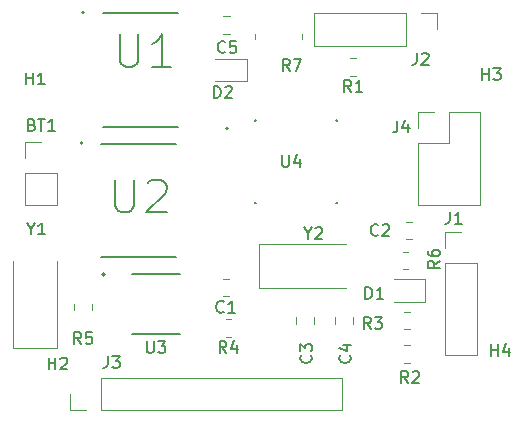
<source format=gbr>
%TF.GenerationSoftware,KiCad,Pcbnew,9.0.4*%
%TF.CreationDate,2025-11-20T06:57:18+02:00*%
%TF.ProjectId,test_5,74657374-5f35-42e6-9b69-6361645f7063,rev?*%
%TF.SameCoordinates,Original*%
%TF.FileFunction,Legend,Top*%
%TF.FilePolarity,Positive*%
%FSLAX46Y46*%
G04 Gerber Fmt 4.6, Leading zero omitted, Abs format (unit mm)*
G04 Created by KiCad (PCBNEW 9.0.4) date 2025-11-20 06:57:18*
%MOMM*%
%LPD*%
G01*
G04 APERTURE LIST*
%ADD10C,0.150000*%
%ADD11C,0.120000*%
%ADD12C,0.127000*%
%ADD13C,0.200000*%
%ADD14C,2.100000*%
%ADD15C,1.512000*%
%ADD16R,1.700000X1.700000*%
%ADD17C,1.700000*%
G04 APERTURE END LIST*
D10*
X94702333Y-118596580D02*
X94654714Y-118644200D01*
X94654714Y-118644200D02*
X94511857Y-118691819D01*
X94511857Y-118691819D02*
X94416619Y-118691819D01*
X94416619Y-118691819D02*
X94273762Y-118644200D01*
X94273762Y-118644200D02*
X94178524Y-118548961D01*
X94178524Y-118548961D02*
X94130905Y-118453723D01*
X94130905Y-118453723D02*
X94083286Y-118263247D01*
X94083286Y-118263247D02*
X94083286Y-118120390D01*
X94083286Y-118120390D02*
X94130905Y-117929914D01*
X94130905Y-117929914D02*
X94178524Y-117834676D01*
X94178524Y-117834676D02*
X94273762Y-117739438D01*
X94273762Y-117739438D02*
X94416619Y-117691819D01*
X94416619Y-117691819D02*
X94511857Y-117691819D01*
X94511857Y-117691819D02*
X94654714Y-117739438D01*
X94654714Y-117739438D02*
X94702333Y-117787057D01*
X95083286Y-117787057D02*
X95130905Y-117739438D01*
X95130905Y-117739438D02*
X95226143Y-117691819D01*
X95226143Y-117691819D02*
X95464238Y-117691819D01*
X95464238Y-117691819D02*
X95559476Y-117739438D01*
X95559476Y-117739438D02*
X95607095Y-117787057D01*
X95607095Y-117787057D02*
X95654714Y-117882295D01*
X95654714Y-117882295D02*
X95654714Y-117977533D01*
X95654714Y-117977533D02*
X95607095Y-118120390D01*
X95607095Y-118120390D02*
X95035667Y-118691819D01*
X95035667Y-118691819D02*
X95654714Y-118691819D01*
X88768309Y-118463628D02*
X88768309Y-118939819D01*
X88434976Y-117939819D02*
X88768309Y-118463628D01*
X88768309Y-118463628D02*
X89101642Y-117939819D01*
X89387357Y-118035057D02*
X89434976Y-117987438D01*
X89434976Y-117987438D02*
X89530214Y-117939819D01*
X89530214Y-117939819D02*
X89768309Y-117939819D01*
X89768309Y-117939819D02*
X89863547Y-117987438D01*
X89863547Y-117987438D02*
X89911166Y-118035057D01*
X89911166Y-118035057D02*
X89958785Y-118130295D01*
X89958785Y-118130295D02*
X89958785Y-118225533D01*
X89958785Y-118225533D02*
X89911166Y-118368390D01*
X89911166Y-118368390D02*
X89339738Y-118939819D01*
X89339738Y-118939819D02*
X89958785Y-118939819D01*
X97242333Y-131137819D02*
X96909000Y-130661628D01*
X96670905Y-131137819D02*
X96670905Y-130137819D01*
X96670905Y-130137819D02*
X97051857Y-130137819D01*
X97051857Y-130137819D02*
X97147095Y-130185438D01*
X97147095Y-130185438D02*
X97194714Y-130233057D01*
X97194714Y-130233057D02*
X97242333Y-130328295D01*
X97242333Y-130328295D02*
X97242333Y-130471152D01*
X97242333Y-130471152D02*
X97194714Y-130566390D01*
X97194714Y-130566390D02*
X97147095Y-130614009D01*
X97147095Y-130614009D02*
X97051857Y-130661628D01*
X97051857Y-130661628D02*
X96670905Y-130661628D01*
X97623286Y-130233057D02*
X97670905Y-130185438D01*
X97670905Y-130185438D02*
X97766143Y-130137819D01*
X97766143Y-130137819D02*
X98004238Y-130137819D01*
X98004238Y-130137819D02*
X98099476Y-130185438D01*
X98099476Y-130185438D02*
X98147095Y-130233057D01*
X98147095Y-130233057D02*
X98194714Y-130328295D01*
X98194714Y-130328295D02*
X98194714Y-130423533D01*
X98194714Y-130423533D02*
X98147095Y-130566390D01*
X98147095Y-130566390D02*
X97575667Y-131137819D01*
X97575667Y-131137819D02*
X98194714Y-131137819D01*
X103505095Y-105483819D02*
X103505095Y-104483819D01*
X103505095Y-104960009D02*
X104076523Y-104960009D01*
X104076523Y-105483819D02*
X104076523Y-104483819D01*
X104457476Y-104483819D02*
X105076523Y-104483819D01*
X105076523Y-104483819D02*
X104743190Y-104864771D01*
X104743190Y-104864771D02*
X104886047Y-104864771D01*
X104886047Y-104864771D02*
X104981285Y-104912390D01*
X104981285Y-104912390D02*
X105028904Y-104960009D01*
X105028904Y-104960009D02*
X105076523Y-105055247D01*
X105076523Y-105055247D02*
X105076523Y-105293342D01*
X105076523Y-105293342D02*
X105028904Y-105388580D01*
X105028904Y-105388580D02*
X104981285Y-105436200D01*
X104981285Y-105436200D02*
X104886047Y-105483819D01*
X104886047Y-105483819D02*
X104600333Y-105483819D01*
X104600333Y-105483819D02*
X104505095Y-105436200D01*
X104505095Y-105436200D02*
X104457476Y-105388580D01*
X87209333Y-104721819D02*
X86876000Y-104245628D01*
X86637905Y-104721819D02*
X86637905Y-103721819D01*
X86637905Y-103721819D02*
X87018857Y-103721819D01*
X87018857Y-103721819D02*
X87114095Y-103769438D01*
X87114095Y-103769438D02*
X87161714Y-103817057D01*
X87161714Y-103817057D02*
X87209333Y-103912295D01*
X87209333Y-103912295D02*
X87209333Y-104055152D01*
X87209333Y-104055152D02*
X87161714Y-104150390D01*
X87161714Y-104150390D02*
X87114095Y-104198009D01*
X87114095Y-104198009D02*
X87018857Y-104245628D01*
X87018857Y-104245628D02*
X86637905Y-104245628D01*
X87542667Y-103721819D02*
X88209333Y-103721819D01*
X88209333Y-103721819D02*
X87780762Y-104721819D01*
X75122095Y-127597819D02*
X75122095Y-128407342D01*
X75122095Y-128407342D02*
X75169714Y-128502580D01*
X75169714Y-128502580D02*
X75217333Y-128550200D01*
X75217333Y-128550200D02*
X75312571Y-128597819D01*
X75312571Y-128597819D02*
X75503047Y-128597819D01*
X75503047Y-128597819D02*
X75598285Y-128550200D01*
X75598285Y-128550200D02*
X75645904Y-128502580D01*
X75645904Y-128502580D02*
X75693523Y-128407342D01*
X75693523Y-128407342D02*
X75693523Y-127597819D01*
X76074476Y-127597819D02*
X76693523Y-127597819D01*
X76693523Y-127597819D02*
X76360190Y-127978771D01*
X76360190Y-127978771D02*
X76503047Y-127978771D01*
X76503047Y-127978771D02*
X76598285Y-128026390D01*
X76598285Y-128026390D02*
X76645904Y-128074009D01*
X76645904Y-128074009D02*
X76693523Y-128169247D01*
X76693523Y-128169247D02*
X76693523Y-128407342D01*
X76693523Y-128407342D02*
X76645904Y-128502580D01*
X76645904Y-128502580D02*
X76598285Y-128550200D01*
X76598285Y-128550200D02*
X76503047Y-128597819D01*
X76503047Y-128597819D02*
X76217333Y-128597819D01*
X76217333Y-128597819D02*
X76122095Y-128550200D01*
X76122095Y-128550200D02*
X76074476Y-128502580D01*
X72830208Y-101635191D02*
X72830208Y-103866220D01*
X72830208Y-103866220D02*
X72961445Y-104128694D01*
X72961445Y-104128694D02*
X73092682Y-104259931D01*
X73092682Y-104259931D02*
X73355156Y-104391167D01*
X73355156Y-104391167D02*
X73880104Y-104391167D01*
X73880104Y-104391167D02*
X74142578Y-104259931D01*
X74142578Y-104259931D02*
X74273815Y-104128694D01*
X74273815Y-104128694D02*
X74405052Y-103866220D01*
X74405052Y-103866220D02*
X74405052Y-101635191D01*
X77161028Y-104391167D02*
X75586184Y-104391167D01*
X76373606Y-104391167D02*
X76373606Y-101635191D01*
X76373606Y-101635191D02*
X76111132Y-102028902D01*
X76111132Y-102028902D02*
X75848658Y-102291376D01*
X75848658Y-102291376D02*
X75586184Y-102422613D01*
X86565095Y-111849819D02*
X86565095Y-112659342D01*
X86565095Y-112659342D02*
X86612714Y-112754580D01*
X86612714Y-112754580D02*
X86660333Y-112802200D01*
X86660333Y-112802200D02*
X86755571Y-112849819D01*
X86755571Y-112849819D02*
X86946047Y-112849819D01*
X86946047Y-112849819D02*
X87041285Y-112802200D01*
X87041285Y-112802200D02*
X87088904Y-112754580D01*
X87088904Y-112754580D02*
X87136523Y-112659342D01*
X87136523Y-112659342D02*
X87136523Y-111849819D01*
X88041285Y-112183152D02*
X88041285Y-112849819D01*
X87803190Y-111802200D02*
X87565095Y-112516485D01*
X87565095Y-112516485D02*
X88184142Y-112516485D01*
X99895819Y-120816666D02*
X99419628Y-121149999D01*
X99895819Y-121388094D02*
X98895819Y-121388094D01*
X98895819Y-121388094D02*
X98895819Y-121007142D01*
X98895819Y-121007142D02*
X98943438Y-120911904D01*
X98943438Y-120911904D02*
X98991057Y-120864285D01*
X98991057Y-120864285D02*
X99086295Y-120816666D01*
X99086295Y-120816666D02*
X99229152Y-120816666D01*
X99229152Y-120816666D02*
X99324390Y-120864285D01*
X99324390Y-120864285D02*
X99372009Y-120911904D01*
X99372009Y-120911904D02*
X99419628Y-121007142D01*
X99419628Y-121007142D02*
X99419628Y-121388094D01*
X98895819Y-119959523D02*
X98895819Y-120149999D01*
X98895819Y-120149999D02*
X98943438Y-120245237D01*
X98943438Y-120245237D02*
X98991057Y-120292856D01*
X98991057Y-120292856D02*
X99133914Y-120388094D01*
X99133914Y-120388094D02*
X99324390Y-120435713D01*
X99324390Y-120435713D02*
X99705342Y-120435713D01*
X99705342Y-120435713D02*
X99800580Y-120388094D01*
X99800580Y-120388094D02*
X99848200Y-120340475D01*
X99848200Y-120340475D02*
X99895819Y-120245237D01*
X99895819Y-120245237D02*
X99895819Y-120054761D01*
X99895819Y-120054761D02*
X99848200Y-119959523D01*
X99848200Y-119959523D02*
X99800580Y-119911904D01*
X99800580Y-119911904D02*
X99705342Y-119864285D01*
X99705342Y-119864285D02*
X99467247Y-119864285D01*
X99467247Y-119864285D02*
X99372009Y-119911904D01*
X99372009Y-119911904D02*
X99324390Y-119959523D01*
X99324390Y-119959523D02*
X99276771Y-120054761D01*
X99276771Y-120054761D02*
X99276771Y-120245237D01*
X99276771Y-120245237D02*
X99324390Y-120340475D01*
X99324390Y-120340475D02*
X99372009Y-120388094D01*
X99372009Y-120388094D02*
X99467247Y-120435713D01*
X104267095Y-128851819D02*
X104267095Y-127851819D01*
X104267095Y-128328009D02*
X104838523Y-128328009D01*
X104838523Y-128851819D02*
X104838523Y-127851819D01*
X105743285Y-128185152D02*
X105743285Y-128851819D01*
X105505190Y-127804200D02*
X105267095Y-128518485D01*
X105267095Y-128518485D02*
X105886142Y-128518485D01*
X96313666Y-108928819D02*
X96313666Y-109643104D01*
X96313666Y-109643104D02*
X96266047Y-109785961D01*
X96266047Y-109785961D02*
X96170809Y-109881200D01*
X96170809Y-109881200D02*
X96027952Y-109928819D01*
X96027952Y-109928819D02*
X95932714Y-109928819D01*
X97218428Y-109262152D02*
X97218428Y-109928819D01*
X96980333Y-108881200D02*
X96742238Y-109595485D01*
X96742238Y-109595485D02*
X97361285Y-109595485D01*
X81748333Y-103102580D02*
X81700714Y-103150200D01*
X81700714Y-103150200D02*
X81557857Y-103197819D01*
X81557857Y-103197819D02*
X81462619Y-103197819D01*
X81462619Y-103197819D02*
X81319762Y-103150200D01*
X81319762Y-103150200D02*
X81224524Y-103054961D01*
X81224524Y-103054961D02*
X81176905Y-102959723D01*
X81176905Y-102959723D02*
X81129286Y-102769247D01*
X81129286Y-102769247D02*
X81129286Y-102626390D01*
X81129286Y-102626390D02*
X81176905Y-102435914D01*
X81176905Y-102435914D02*
X81224524Y-102340676D01*
X81224524Y-102340676D02*
X81319762Y-102245438D01*
X81319762Y-102245438D02*
X81462619Y-102197819D01*
X81462619Y-102197819D02*
X81557857Y-102197819D01*
X81557857Y-102197819D02*
X81700714Y-102245438D01*
X81700714Y-102245438D02*
X81748333Y-102293057D01*
X82653095Y-102197819D02*
X82176905Y-102197819D01*
X82176905Y-102197819D02*
X82129286Y-102674009D01*
X82129286Y-102674009D02*
X82176905Y-102626390D01*
X82176905Y-102626390D02*
X82272143Y-102578771D01*
X82272143Y-102578771D02*
X82510238Y-102578771D01*
X82510238Y-102578771D02*
X82605476Y-102626390D01*
X82605476Y-102626390D02*
X82653095Y-102674009D01*
X82653095Y-102674009D02*
X82700714Y-102769247D01*
X82700714Y-102769247D02*
X82700714Y-103007342D01*
X82700714Y-103007342D02*
X82653095Y-103102580D01*
X82653095Y-103102580D02*
X82605476Y-103150200D01*
X82605476Y-103150200D02*
X82510238Y-103197819D01*
X82510238Y-103197819D02*
X82272143Y-103197819D01*
X82272143Y-103197819D02*
X82176905Y-103150200D01*
X82176905Y-103150200D02*
X82129286Y-103102580D01*
X100758666Y-116675819D02*
X100758666Y-117390104D01*
X100758666Y-117390104D02*
X100711047Y-117532961D01*
X100711047Y-117532961D02*
X100615809Y-117628200D01*
X100615809Y-117628200D02*
X100472952Y-117675819D01*
X100472952Y-117675819D02*
X100377714Y-117675819D01*
X101758666Y-117675819D02*
X101187238Y-117675819D01*
X101472952Y-117675819D02*
X101472952Y-116675819D01*
X101472952Y-116675819D02*
X101377714Y-116818676D01*
X101377714Y-116818676D02*
X101282476Y-116913914D01*
X101282476Y-116913914D02*
X101187238Y-116961533D01*
X93622905Y-124025819D02*
X93622905Y-123025819D01*
X93622905Y-123025819D02*
X93861000Y-123025819D01*
X93861000Y-123025819D02*
X94003857Y-123073438D01*
X94003857Y-123073438D02*
X94099095Y-123168676D01*
X94099095Y-123168676D02*
X94146714Y-123263914D01*
X94146714Y-123263914D02*
X94194333Y-123454390D01*
X94194333Y-123454390D02*
X94194333Y-123597247D01*
X94194333Y-123597247D02*
X94146714Y-123787723D01*
X94146714Y-123787723D02*
X94099095Y-123882961D01*
X94099095Y-123882961D02*
X94003857Y-123978200D01*
X94003857Y-123978200D02*
X93861000Y-124025819D01*
X93861000Y-124025819D02*
X93622905Y-124025819D01*
X95146714Y-124025819D02*
X94575286Y-124025819D01*
X94861000Y-124025819D02*
X94861000Y-123025819D01*
X94861000Y-123025819D02*
X94765762Y-123168676D01*
X94765762Y-123168676D02*
X94670524Y-123263914D01*
X94670524Y-123263914D02*
X94575286Y-123311533D01*
X81621333Y-125102580D02*
X81573714Y-125150200D01*
X81573714Y-125150200D02*
X81430857Y-125197819D01*
X81430857Y-125197819D02*
X81335619Y-125197819D01*
X81335619Y-125197819D02*
X81192762Y-125150200D01*
X81192762Y-125150200D02*
X81097524Y-125054961D01*
X81097524Y-125054961D02*
X81049905Y-124959723D01*
X81049905Y-124959723D02*
X81002286Y-124769247D01*
X81002286Y-124769247D02*
X81002286Y-124626390D01*
X81002286Y-124626390D02*
X81049905Y-124435914D01*
X81049905Y-124435914D02*
X81097524Y-124340676D01*
X81097524Y-124340676D02*
X81192762Y-124245438D01*
X81192762Y-124245438D02*
X81335619Y-124197819D01*
X81335619Y-124197819D02*
X81430857Y-124197819D01*
X81430857Y-124197819D02*
X81573714Y-124245438D01*
X81573714Y-124245438D02*
X81621333Y-124293057D01*
X82573714Y-125197819D02*
X82002286Y-125197819D01*
X82288000Y-125197819D02*
X82288000Y-124197819D01*
X82288000Y-124197819D02*
X82192762Y-124340676D01*
X82192762Y-124340676D02*
X82097524Y-124435914D01*
X82097524Y-124435914D02*
X82002286Y-124483533D01*
X66802095Y-129994819D02*
X66802095Y-128994819D01*
X66802095Y-129471009D02*
X67373523Y-129471009D01*
X67373523Y-129994819D02*
X67373523Y-128994819D01*
X67802095Y-129090057D02*
X67849714Y-129042438D01*
X67849714Y-129042438D02*
X67944952Y-128994819D01*
X67944952Y-128994819D02*
X68183047Y-128994819D01*
X68183047Y-128994819D02*
X68278285Y-129042438D01*
X68278285Y-129042438D02*
X68325904Y-129090057D01*
X68325904Y-129090057D02*
X68373523Y-129185295D01*
X68373523Y-129185295D02*
X68373523Y-129280533D01*
X68373523Y-129280533D02*
X68325904Y-129423390D01*
X68325904Y-129423390D02*
X67754476Y-129994819D01*
X67754476Y-129994819D02*
X68373523Y-129994819D01*
X71802666Y-128867819D02*
X71802666Y-129582104D01*
X71802666Y-129582104D02*
X71755047Y-129724961D01*
X71755047Y-129724961D02*
X71659809Y-129820200D01*
X71659809Y-129820200D02*
X71516952Y-129867819D01*
X71516952Y-129867819D02*
X71421714Y-129867819D01*
X72183619Y-128867819D02*
X72802666Y-128867819D01*
X72802666Y-128867819D02*
X72469333Y-129248771D01*
X72469333Y-129248771D02*
X72612190Y-129248771D01*
X72612190Y-129248771D02*
X72707428Y-129296390D01*
X72707428Y-129296390D02*
X72755047Y-129344009D01*
X72755047Y-129344009D02*
X72802666Y-129439247D01*
X72802666Y-129439247D02*
X72802666Y-129677342D01*
X72802666Y-129677342D02*
X72755047Y-129772580D01*
X72755047Y-129772580D02*
X72707428Y-129820200D01*
X72707428Y-129820200D02*
X72612190Y-129867819D01*
X72612190Y-129867819D02*
X72326476Y-129867819D01*
X72326476Y-129867819D02*
X72231238Y-129820200D01*
X72231238Y-129820200D02*
X72183619Y-129772580D01*
X92307580Y-128817666D02*
X92355200Y-128865285D01*
X92355200Y-128865285D02*
X92402819Y-129008142D01*
X92402819Y-129008142D02*
X92402819Y-129103380D01*
X92402819Y-129103380D02*
X92355200Y-129246237D01*
X92355200Y-129246237D02*
X92259961Y-129341475D01*
X92259961Y-129341475D02*
X92164723Y-129389094D01*
X92164723Y-129389094D02*
X91974247Y-129436713D01*
X91974247Y-129436713D02*
X91831390Y-129436713D01*
X91831390Y-129436713D02*
X91640914Y-129389094D01*
X91640914Y-129389094D02*
X91545676Y-129341475D01*
X91545676Y-129341475D02*
X91450438Y-129246237D01*
X91450438Y-129246237D02*
X91402819Y-129103380D01*
X91402819Y-129103380D02*
X91402819Y-129008142D01*
X91402819Y-129008142D02*
X91450438Y-128865285D01*
X91450438Y-128865285D02*
X91498057Y-128817666D01*
X91736152Y-127960523D02*
X92402819Y-127960523D01*
X91355200Y-128198618D02*
X92069485Y-128436713D01*
X92069485Y-128436713D02*
X92069485Y-127817666D01*
X97964666Y-103213819D02*
X97964666Y-103928104D01*
X97964666Y-103928104D02*
X97917047Y-104070961D01*
X97917047Y-104070961D02*
X97821809Y-104166200D01*
X97821809Y-104166200D02*
X97678952Y-104213819D01*
X97678952Y-104213819D02*
X97583714Y-104213819D01*
X98393238Y-103309057D02*
X98440857Y-103261438D01*
X98440857Y-103261438D02*
X98536095Y-103213819D01*
X98536095Y-103213819D02*
X98774190Y-103213819D01*
X98774190Y-103213819D02*
X98869428Y-103261438D01*
X98869428Y-103261438D02*
X98917047Y-103309057D01*
X98917047Y-103309057D02*
X98964666Y-103404295D01*
X98964666Y-103404295D02*
X98964666Y-103499533D01*
X98964666Y-103499533D02*
X98917047Y-103642390D01*
X98917047Y-103642390D02*
X98345619Y-104213819D01*
X98345619Y-104213819D02*
X98964666Y-104213819D01*
X64897095Y-105864819D02*
X64897095Y-104864819D01*
X64897095Y-105341009D02*
X65468523Y-105341009D01*
X65468523Y-105864819D02*
X65468523Y-104864819D01*
X66468523Y-105864819D02*
X65897095Y-105864819D01*
X66182809Y-105864819D02*
X66182809Y-104864819D01*
X66182809Y-104864819D02*
X66087571Y-105007676D01*
X66087571Y-105007676D02*
X65992333Y-105102914D01*
X65992333Y-105102914D02*
X65897095Y-105150533D01*
X65381285Y-109278009D02*
X65524142Y-109325628D01*
X65524142Y-109325628D02*
X65571761Y-109373247D01*
X65571761Y-109373247D02*
X65619380Y-109468485D01*
X65619380Y-109468485D02*
X65619380Y-109611342D01*
X65619380Y-109611342D02*
X65571761Y-109706580D01*
X65571761Y-109706580D02*
X65524142Y-109754200D01*
X65524142Y-109754200D02*
X65428904Y-109801819D01*
X65428904Y-109801819D02*
X65047952Y-109801819D01*
X65047952Y-109801819D02*
X65047952Y-108801819D01*
X65047952Y-108801819D02*
X65381285Y-108801819D01*
X65381285Y-108801819D02*
X65476523Y-108849438D01*
X65476523Y-108849438D02*
X65524142Y-108897057D01*
X65524142Y-108897057D02*
X65571761Y-108992295D01*
X65571761Y-108992295D02*
X65571761Y-109087533D01*
X65571761Y-109087533D02*
X65524142Y-109182771D01*
X65524142Y-109182771D02*
X65476523Y-109230390D01*
X65476523Y-109230390D02*
X65381285Y-109278009D01*
X65381285Y-109278009D02*
X65047952Y-109278009D01*
X65905095Y-108801819D02*
X66476523Y-108801819D01*
X66190809Y-109801819D02*
X66190809Y-108801819D01*
X67333666Y-109801819D02*
X66762238Y-109801819D01*
X67047952Y-109801819D02*
X67047952Y-108801819D01*
X67047952Y-108801819D02*
X66952714Y-108944676D01*
X66952714Y-108944676D02*
X66857476Y-109039914D01*
X66857476Y-109039914D02*
X66762238Y-109087533D01*
X81851833Y-128596819D02*
X81518500Y-128120628D01*
X81280405Y-128596819D02*
X81280405Y-127596819D01*
X81280405Y-127596819D02*
X81661357Y-127596819D01*
X81661357Y-127596819D02*
X81756595Y-127644438D01*
X81756595Y-127644438D02*
X81804214Y-127692057D01*
X81804214Y-127692057D02*
X81851833Y-127787295D01*
X81851833Y-127787295D02*
X81851833Y-127930152D01*
X81851833Y-127930152D02*
X81804214Y-128025390D01*
X81804214Y-128025390D02*
X81756595Y-128073009D01*
X81756595Y-128073009D02*
X81661357Y-128120628D01*
X81661357Y-128120628D02*
X81280405Y-128120628D01*
X82708976Y-127930152D02*
X82708976Y-128596819D01*
X82470881Y-127549200D02*
X82232786Y-128263485D01*
X82232786Y-128263485D02*
X82851833Y-128263485D01*
X89005580Y-128817666D02*
X89053200Y-128865285D01*
X89053200Y-128865285D02*
X89100819Y-129008142D01*
X89100819Y-129008142D02*
X89100819Y-129103380D01*
X89100819Y-129103380D02*
X89053200Y-129246237D01*
X89053200Y-129246237D02*
X88957961Y-129341475D01*
X88957961Y-129341475D02*
X88862723Y-129389094D01*
X88862723Y-129389094D02*
X88672247Y-129436713D01*
X88672247Y-129436713D02*
X88529390Y-129436713D01*
X88529390Y-129436713D02*
X88338914Y-129389094D01*
X88338914Y-129389094D02*
X88243676Y-129341475D01*
X88243676Y-129341475D02*
X88148438Y-129246237D01*
X88148438Y-129246237D02*
X88100819Y-129103380D01*
X88100819Y-129103380D02*
X88100819Y-129008142D01*
X88100819Y-129008142D02*
X88148438Y-128865285D01*
X88148438Y-128865285D02*
X88196057Y-128817666D01*
X88100819Y-128484332D02*
X88100819Y-127865285D01*
X88100819Y-127865285D02*
X88481771Y-128198618D01*
X88481771Y-128198618D02*
X88481771Y-128055761D01*
X88481771Y-128055761D02*
X88529390Y-127960523D01*
X88529390Y-127960523D02*
X88577009Y-127912904D01*
X88577009Y-127912904D02*
X88672247Y-127865285D01*
X88672247Y-127865285D02*
X88910342Y-127865285D01*
X88910342Y-127865285D02*
X89005580Y-127912904D01*
X89005580Y-127912904D02*
X89053200Y-127960523D01*
X89053200Y-127960523D02*
X89100819Y-128055761D01*
X89100819Y-128055761D02*
X89100819Y-128341475D01*
X89100819Y-128341475D02*
X89053200Y-128436713D01*
X89053200Y-128436713D02*
X89005580Y-128484332D01*
X92416333Y-106498819D02*
X92083000Y-106022628D01*
X91844905Y-106498819D02*
X91844905Y-105498819D01*
X91844905Y-105498819D02*
X92225857Y-105498819D01*
X92225857Y-105498819D02*
X92321095Y-105546438D01*
X92321095Y-105546438D02*
X92368714Y-105594057D01*
X92368714Y-105594057D02*
X92416333Y-105689295D01*
X92416333Y-105689295D02*
X92416333Y-105832152D01*
X92416333Y-105832152D02*
X92368714Y-105927390D01*
X92368714Y-105927390D02*
X92321095Y-105975009D01*
X92321095Y-105975009D02*
X92225857Y-106022628D01*
X92225857Y-106022628D02*
X91844905Y-106022628D01*
X93368714Y-106498819D02*
X92797286Y-106498819D01*
X93083000Y-106498819D02*
X93083000Y-105498819D01*
X93083000Y-105498819D02*
X92987762Y-105641676D01*
X92987762Y-105641676D02*
X92892524Y-105736914D01*
X92892524Y-105736914D02*
X92797286Y-105784533D01*
X94067333Y-126565819D02*
X93734000Y-126089628D01*
X93495905Y-126565819D02*
X93495905Y-125565819D01*
X93495905Y-125565819D02*
X93876857Y-125565819D01*
X93876857Y-125565819D02*
X93972095Y-125613438D01*
X93972095Y-125613438D02*
X94019714Y-125661057D01*
X94019714Y-125661057D02*
X94067333Y-125756295D01*
X94067333Y-125756295D02*
X94067333Y-125899152D01*
X94067333Y-125899152D02*
X94019714Y-125994390D01*
X94019714Y-125994390D02*
X93972095Y-126042009D01*
X93972095Y-126042009D02*
X93876857Y-126089628D01*
X93876857Y-126089628D02*
X93495905Y-126089628D01*
X94400667Y-125565819D02*
X95019714Y-125565819D01*
X95019714Y-125565819D02*
X94686381Y-125946771D01*
X94686381Y-125946771D02*
X94829238Y-125946771D01*
X94829238Y-125946771D02*
X94924476Y-125994390D01*
X94924476Y-125994390D02*
X94972095Y-126042009D01*
X94972095Y-126042009D02*
X95019714Y-126137247D01*
X95019714Y-126137247D02*
X95019714Y-126375342D01*
X95019714Y-126375342D02*
X94972095Y-126470580D01*
X94972095Y-126470580D02*
X94924476Y-126518200D01*
X94924476Y-126518200D02*
X94829238Y-126565819D01*
X94829238Y-126565819D02*
X94543524Y-126565819D01*
X94543524Y-126565819D02*
X94448286Y-126518200D01*
X94448286Y-126518200D02*
X94400667Y-126470580D01*
X72449208Y-113954191D02*
X72449208Y-116185220D01*
X72449208Y-116185220D02*
X72580445Y-116447694D01*
X72580445Y-116447694D02*
X72711682Y-116578931D01*
X72711682Y-116578931D02*
X72974156Y-116710167D01*
X72974156Y-116710167D02*
X73499104Y-116710167D01*
X73499104Y-116710167D02*
X73761578Y-116578931D01*
X73761578Y-116578931D02*
X73892815Y-116447694D01*
X73892815Y-116447694D02*
X74024052Y-116185220D01*
X74024052Y-116185220D02*
X74024052Y-113954191D01*
X75205184Y-114216665D02*
X75336421Y-114085428D01*
X75336421Y-114085428D02*
X75598895Y-113954191D01*
X75598895Y-113954191D02*
X76255080Y-113954191D01*
X76255080Y-113954191D02*
X76517554Y-114085428D01*
X76517554Y-114085428D02*
X76648791Y-114216665D01*
X76648791Y-114216665D02*
X76780028Y-114479139D01*
X76780028Y-114479139D02*
X76780028Y-114741613D01*
X76780028Y-114741613D02*
X76648791Y-115135324D01*
X76648791Y-115135324D02*
X75073947Y-116710167D01*
X75073947Y-116710167D02*
X76780028Y-116710167D01*
X65309809Y-118088628D02*
X65309809Y-118564819D01*
X64976476Y-117564819D02*
X65309809Y-118088628D01*
X65309809Y-118088628D02*
X65643142Y-117564819D01*
X66500285Y-118564819D02*
X65928857Y-118564819D01*
X66214571Y-118564819D02*
X66214571Y-117564819D01*
X66214571Y-117564819D02*
X66119333Y-117707676D01*
X66119333Y-117707676D02*
X66024095Y-117802914D01*
X66024095Y-117802914D02*
X65928857Y-117850533D01*
X80795905Y-107007819D02*
X80795905Y-106007819D01*
X80795905Y-106007819D02*
X81034000Y-106007819D01*
X81034000Y-106007819D02*
X81176857Y-106055438D01*
X81176857Y-106055438D02*
X81272095Y-106150676D01*
X81272095Y-106150676D02*
X81319714Y-106245914D01*
X81319714Y-106245914D02*
X81367333Y-106436390D01*
X81367333Y-106436390D02*
X81367333Y-106579247D01*
X81367333Y-106579247D02*
X81319714Y-106769723D01*
X81319714Y-106769723D02*
X81272095Y-106864961D01*
X81272095Y-106864961D02*
X81176857Y-106960200D01*
X81176857Y-106960200D02*
X81034000Y-107007819D01*
X81034000Y-107007819D02*
X80795905Y-107007819D01*
X81748286Y-106103057D02*
X81795905Y-106055438D01*
X81795905Y-106055438D02*
X81891143Y-106007819D01*
X81891143Y-106007819D02*
X82129238Y-106007819D01*
X82129238Y-106007819D02*
X82224476Y-106055438D01*
X82224476Y-106055438D02*
X82272095Y-106103057D01*
X82272095Y-106103057D02*
X82319714Y-106198295D01*
X82319714Y-106198295D02*
X82319714Y-106293533D01*
X82319714Y-106293533D02*
X82272095Y-106436390D01*
X82272095Y-106436390D02*
X81700667Y-107007819D01*
X81700667Y-107007819D02*
X82319714Y-107007819D01*
X69556333Y-127835819D02*
X69223000Y-127359628D01*
X68984905Y-127835819D02*
X68984905Y-126835819D01*
X68984905Y-126835819D02*
X69365857Y-126835819D01*
X69365857Y-126835819D02*
X69461095Y-126883438D01*
X69461095Y-126883438D02*
X69508714Y-126931057D01*
X69508714Y-126931057D02*
X69556333Y-127026295D01*
X69556333Y-127026295D02*
X69556333Y-127169152D01*
X69556333Y-127169152D02*
X69508714Y-127264390D01*
X69508714Y-127264390D02*
X69461095Y-127312009D01*
X69461095Y-127312009D02*
X69365857Y-127359628D01*
X69365857Y-127359628D02*
X68984905Y-127359628D01*
X70461095Y-126835819D02*
X69984905Y-126835819D01*
X69984905Y-126835819D02*
X69937286Y-127312009D01*
X69937286Y-127312009D02*
X69984905Y-127264390D01*
X69984905Y-127264390D02*
X70080143Y-127216771D01*
X70080143Y-127216771D02*
X70318238Y-127216771D01*
X70318238Y-127216771D02*
X70413476Y-127264390D01*
X70413476Y-127264390D02*
X70461095Y-127312009D01*
X70461095Y-127312009D02*
X70508714Y-127407247D01*
X70508714Y-127407247D02*
X70508714Y-127645342D01*
X70508714Y-127645342D02*
X70461095Y-127740580D01*
X70461095Y-127740580D02*
X70413476Y-127788200D01*
X70413476Y-127788200D02*
X70318238Y-127835819D01*
X70318238Y-127835819D02*
X70080143Y-127835819D01*
X70080143Y-127835819D02*
X69984905Y-127788200D01*
X69984905Y-127788200D02*
X69937286Y-127740580D01*
D11*
%TO.C,C2*%
X97020748Y-117502000D02*
X97543252Y-117502000D01*
X97020748Y-118972000D02*
X97543252Y-118972000D01*
%TO.C,Y2*%
X84634500Y-119425000D02*
X84634500Y-123145000D01*
X84634500Y-123145000D02*
X92004500Y-123145000D01*
X92004500Y-119425000D02*
X84634500Y-119425000D01*
%TO.C,R2*%
X96904436Y-127974000D02*
X97358564Y-127974000D01*
X96904436Y-129444000D02*
X97358564Y-129444000D01*
%TO.C,R7*%
X84248000Y-102015742D02*
X84248000Y-101595258D01*
X88218000Y-102015742D02*
X88218000Y-101595258D01*
D12*
%TO.C,U3*%
X73884000Y-121940000D02*
X77884000Y-121940000D01*
X73884000Y-126980000D02*
X77884000Y-126980000D01*
D13*
X71539000Y-121965000D02*
G75*
G02*
X71339000Y-121965000I-100000J0D01*
G01*
X71339000Y-121965000D02*
G75*
G02*
X71539000Y-121965000I100000J0D01*
G01*
D12*
%TO.C,U1*%
X71371000Y-99848000D02*
X77731000Y-99848000D01*
X77731000Y-109448000D02*
X71371000Y-109448000D01*
D13*
X69801000Y-99798000D02*
G75*
G02*
X69601000Y-99798000I-100000J0D01*
G01*
X69601000Y-99798000D02*
G75*
G02*
X69801000Y-99798000I100000J0D01*
G01*
D12*
%TO.C,U4*%
X84257000Y-108895000D02*
X84257000Y-109000000D01*
X84257000Y-108895000D02*
X84362000Y-108895000D01*
X84257000Y-115895000D02*
X84257000Y-115790000D01*
X84257000Y-115895000D02*
X84362000Y-115895000D01*
X91257000Y-108895000D02*
X91152000Y-108895000D01*
X91257000Y-108895000D02*
X91257000Y-109000000D01*
X91257000Y-115895000D02*
X91152000Y-115895000D01*
X91257000Y-115895000D02*
X91257000Y-115790000D01*
D13*
X82017000Y-109595000D02*
G75*
G02*
X81817000Y-109595000I-100000J0D01*
G01*
X81817000Y-109595000D02*
G75*
G02*
X82017000Y-109595000I100000J0D01*
G01*
D11*
%TO.C,R6*%
X96800936Y-120042000D02*
X97255064Y-120042000D01*
X96800936Y-121512000D02*
X97255064Y-121512000D01*
%TO.C,J4*%
X98061000Y-108221000D02*
X99441000Y-108221000D01*
X98061000Y-109601000D02*
X98061000Y-108221000D01*
X98061000Y-110871000D02*
X98061000Y-116061000D01*
X98061000Y-110871000D02*
X100711000Y-110871000D01*
X98061000Y-116061000D02*
X103361000Y-116061000D01*
X100711000Y-108221000D02*
X103361000Y-108221000D01*
X100711000Y-110871000D02*
X100711000Y-108221000D01*
X103361000Y-108221000D02*
X103361000Y-116061000D01*
%TO.C,C5*%
X82115252Y-100103000D02*
X81592748Y-100103000D01*
X82115252Y-101573000D02*
X81592748Y-101573000D01*
%TO.C,J1*%
X100347000Y-118381000D02*
X101727000Y-118381000D01*
X100347000Y-119761000D02*
X100347000Y-118381000D01*
X100347000Y-121031000D02*
X100347000Y-128761000D01*
X100347000Y-121031000D02*
X103107000Y-121031000D01*
X100347000Y-128761000D02*
X103107000Y-128761000D01*
X103107000Y-121031000D02*
X103107000Y-128761000D01*
%TO.C,D1*%
X96004500Y-124277000D02*
X98689500Y-124277000D01*
X98689500Y-122357000D02*
X96004500Y-122357000D01*
X98689500Y-124277000D02*
X98689500Y-122357000D01*
%TO.C,C1*%
X82049252Y-122328000D02*
X81526748Y-122328000D01*
X82049252Y-123798000D02*
X81526748Y-123798000D01*
%TO.C,J3*%
X68597000Y-133460000D02*
X68597000Y-132080000D01*
X69977000Y-133460000D02*
X68597000Y-133460000D01*
X71247000Y-130700000D02*
X91677000Y-130700000D01*
X71247000Y-133460000D02*
X71247000Y-130700000D01*
X71247000Y-133460000D02*
X91677000Y-133460000D01*
X91677000Y-133460000D02*
X91677000Y-130700000D01*
%TO.C,C4*%
X91086000Y-125595748D02*
X91086000Y-126118252D01*
X92556000Y-125595748D02*
X92556000Y-126118252D01*
%TO.C,J2*%
X89298000Y-99839000D02*
X89298000Y-102599000D01*
X97028000Y-99839000D02*
X89298000Y-99839000D01*
X97028000Y-99839000D02*
X97028000Y-102599000D01*
X97028000Y-102599000D02*
X89298000Y-102599000D01*
X98298000Y-99839000D02*
X99678000Y-99839000D01*
X99678000Y-99839000D02*
X99678000Y-101219000D01*
%TO.C,BT1*%
X64787000Y-110761000D02*
X66167000Y-110761000D01*
X64787000Y-112141000D02*
X64787000Y-110761000D01*
X64787000Y-113411000D02*
X64787000Y-116061000D01*
X64787000Y-113411000D02*
X67547000Y-113411000D01*
X64787000Y-116061000D02*
X67547000Y-116061000D01*
X67547000Y-113411000D02*
X67547000Y-116061000D01*
%TO.C,R4*%
X82245564Y-125757000D02*
X81791436Y-125757000D01*
X82245564Y-127227000D02*
X81791436Y-127227000D01*
%TO.C,C3*%
X87784000Y-126118252D02*
X87784000Y-125595748D01*
X89254000Y-126118252D02*
X89254000Y-125595748D01*
%TO.C,R1*%
X92810064Y-103659000D02*
X92355936Y-103659000D01*
X92810064Y-105129000D02*
X92355936Y-105129000D01*
%TO.C,R3*%
X96904436Y-125122000D02*
X97358564Y-125122000D01*
X96904436Y-126592000D02*
X97358564Y-126592000D01*
D12*
%TO.C,U2*%
X71244000Y-110897000D02*
X77604000Y-110897000D01*
X77604000Y-120497000D02*
X71244000Y-120497000D01*
D13*
X69674000Y-110847000D02*
G75*
G02*
X69474000Y-110847000I-100000J0D01*
G01*
X69474000Y-110847000D02*
G75*
G02*
X69674000Y-110847000I100000J0D01*
G01*
D11*
%TO.C,Y1*%
X63799000Y-120811000D02*
X63799000Y-128181000D01*
X63799000Y-128181000D02*
X67519000Y-128181000D01*
X67519000Y-128181000D02*
X67519000Y-120811000D01*
%TO.C,D2*%
X80915000Y-105608000D02*
X83600000Y-105608000D01*
X83600000Y-103688000D02*
X80915000Y-103688000D01*
X83600000Y-105608000D02*
X83600000Y-103688000D01*
%TO.C,R5*%
X68988000Y-124486936D02*
X68988000Y-124941064D01*
X70458000Y-124486936D02*
X70458000Y-124941064D01*
%TD*%
%LPC*%
%TO.C,C2*%
G36*
G01*
X95832000Y-118712000D02*
X95832000Y-117762000D01*
G75*
G02*
X96082000Y-117512000I250000J0D01*
G01*
X96582000Y-117512000D01*
G75*
G02*
X96832000Y-117762000I0J-250000D01*
G01*
X96832000Y-118712000D01*
G75*
G02*
X96582000Y-118962000I-250000J0D01*
G01*
X96082000Y-118962000D01*
G75*
G02*
X95832000Y-118712000I0J250000D01*
G01*
G37*
G36*
G01*
X97732000Y-118712000D02*
X97732000Y-117762000D01*
G75*
G02*
X97982000Y-117512000I250000J0D01*
G01*
X98482000Y-117512000D01*
G75*
G02*
X98732000Y-117762000I0J-250000D01*
G01*
X98732000Y-118712000D01*
G75*
G02*
X98482000Y-118962000I-250000J0D01*
G01*
X97982000Y-118962000D01*
G75*
G02*
X97732000Y-118712000I0J250000D01*
G01*
G37*
%TD*%
%TO.C,Y2*%
G36*
G01*
X84894500Y-122234999D02*
X84894500Y-120335001D01*
G75*
G02*
X85144501Y-120085000I250001J0D01*
G01*
X88144499Y-120085000D01*
G75*
G02*
X88394500Y-120335001I0J-250001D01*
G01*
X88394500Y-122234999D01*
G75*
G02*
X88144499Y-122485000I-250001J0D01*
G01*
X85144501Y-122485000D01*
G75*
G02*
X84894500Y-122234999I0J250001D01*
G01*
G37*
G36*
G01*
X90094500Y-122234999D02*
X90094500Y-120335001D01*
G75*
G02*
X90344501Y-120085000I250001J0D01*
G01*
X93344499Y-120085000D01*
G75*
G02*
X93594500Y-120335001I0J-250001D01*
G01*
X93594500Y-122234999D01*
G75*
G02*
X93344499Y-122485000I-250001J0D01*
G01*
X90344501Y-122485000D01*
G75*
G02*
X90094500Y-122234999I0J250001D01*
G01*
G37*
%TD*%
%TO.C,R2*%
G36*
G01*
X95706500Y-129159000D02*
X95706500Y-128259000D01*
G75*
G02*
X95956500Y-128009000I250000J0D01*
G01*
X96481500Y-128009000D01*
G75*
G02*
X96731500Y-128259000I0J-250000D01*
G01*
X96731500Y-129159000D01*
G75*
G02*
X96481500Y-129409000I-250000J0D01*
G01*
X95956500Y-129409000D01*
G75*
G02*
X95706500Y-129159000I0J250000D01*
G01*
G37*
G36*
G01*
X97531500Y-129159000D02*
X97531500Y-128259000D01*
G75*
G02*
X97781500Y-128009000I250000J0D01*
G01*
X98306500Y-128009000D01*
G75*
G02*
X98556500Y-128259000I0J-250000D01*
G01*
X98556500Y-129159000D01*
G75*
G02*
X98306500Y-129409000I-250000J0D01*
G01*
X97781500Y-129409000D01*
G75*
G02*
X97531500Y-129159000I0J250000D01*
G01*
G37*
%TD*%
D14*
%TO.C,H3*%
X104267000Y-101346000D03*
%TD*%
%TO.C,R7*%
G36*
G01*
X88008000Y-103255500D02*
X84458000Y-103255500D01*
G75*
G02*
X84208000Y-103005500I0J250000D01*
G01*
X84208000Y-102480500D01*
G75*
G02*
X84458000Y-102230500I250000J0D01*
G01*
X88008000Y-102230500D01*
G75*
G02*
X88258000Y-102480500I0J-250000D01*
G01*
X88258000Y-103005500D01*
G75*
G02*
X88008000Y-103255500I-250000J0D01*
G01*
G37*
G36*
G01*
X88008000Y-101380500D02*
X84458000Y-101380500D01*
G75*
G02*
X84208000Y-101130500I0J250000D01*
G01*
X84208000Y-100605500D01*
G75*
G02*
X84458000Y-100355500I250000J0D01*
G01*
X88008000Y-100355500D01*
G75*
G02*
X88258000Y-100605500I0J-250000D01*
G01*
X88258000Y-101130500D01*
G75*
G02*
X88008000Y-101380500I-250000J0D01*
G01*
G37*
%TD*%
%TO.C,U3*%
G36*
G01*
X72322000Y-122852750D02*
X72322000Y-122257250D01*
G75*
G02*
X72421250Y-122158000I99250J0D01*
G01*
X74396750Y-122158000D01*
G75*
G02*
X74496000Y-122257250I0J-99250D01*
G01*
X74496000Y-122852750D01*
G75*
G02*
X74396750Y-122952000I-99250J0D01*
G01*
X72421250Y-122952000D01*
G75*
G02*
X72322000Y-122852750I0J99250D01*
G01*
G37*
G36*
G01*
X72322000Y-124122750D02*
X72322000Y-123527250D01*
G75*
G02*
X72421250Y-123428000I99250J0D01*
G01*
X74396750Y-123428000D01*
G75*
G02*
X74496000Y-123527250I0J-99250D01*
G01*
X74496000Y-124122750D01*
G75*
G02*
X74396750Y-124222000I-99250J0D01*
G01*
X72421250Y-124222000D01*
G75*
G02*
X72322000Y-124122750I0J99250D01*
G01*
G37*
G36*
G01*
X72322000Y-125392750D02*
X72322000Y-124797250D01*
G75*
G02*
X72421250Y-124698000I99250J0D01*
G01*
X74396750Y-124698000D01*
G75*
G02*
X74496000Y-124797250I0J-99250D01*
G01*
X74496000Y-125392750D01*
G75*
G02*
X74396750Y-125492000I-99250J0D01*
G01*
X72421250Y-125492000D01*
G75*
G02*
X72322000Y-125392750I0J99250D01*
G01*
G37*
G36*
G01*
X72322000Y-126662750D02*
X72322000Y-126067250D01*
G75*
G02*
X72421250Y-125968000I99250J0D01*
G01*
X74396750Y-125968000D01*
G75*
G02*
X74496000Y-126067250I0J-99250D01*
G01*
X74496000Y-126662750D01*
G75*
G02*
X74396750Y-126762000I-99250J0D01*
G01*
X72421250Y-126762000D01*
G75*
G02*
X72322000Y-126662750I0J99250D01*
G01*
G37*
G36*
G01*
X77272000Y-126662750D02*
X77272000Y-126067250D01*
G75*
G02*
X77371250Y-125968000I99250J0D01*
G01*
X79346750Y-125968000D01*
G75*
G02*
X79446000Y-126067250I0J-99250D01*
G01*
X79446000Y-126662750D01*
G75*
G02*
X79346750Y-126762000I-99250J0D01*
G01*
X77371250Y-126762000D01*
G75*
G02*
X77272000Y-126662750I0J99250D01*
G01*
G37*
G36*
G01*
X77272000Y-125392750D02*
X77272000Y-124797250D01*
G75*
G02*
X77371250Y-124698000I99250J0D01*
G01*
X79346750Y-124698000D01*
G75*
G02*
X79446000Y-124797250I0J-99250D01*
G01*
X79446000Y-125392750D01*
G75*
G02*
X79346750Y-125492000I-99250J0D01*
G01*
X77371250Y-125492000D01*
G75*
G02*
X77272000Y-125392750I0J99250D01*
G01*
G37*
G36*
G01*
X77272000Y-124122750D02*
X77272000Y-123527250D01*
G75*
G02*
X77371250Y-123428000I99250J0D01*
G01*
X79346750Y-123428000D01*
G75*
G02*
X79446000Y-123527250I0J-99250D01*
G01*
X79446000Y-124122750D01*
G75*
G02*
X79346750Y-124222000I-99250J0D01*
G01*
X77371250Y-124222000D01*
G75*
G02*
X77272000Y-124122750I0J99250D01*
G01*
G37*
G36*
G01*
X77272000Y-122852750D02*
X77272000Y-122257250D01*
G75*
G02*
X77371250Y-122158000I99250J0D01*
G01*
X79346750Y-122158000D01*
G75*
G02*
X79446000Y-122257250I0J-99250D01*
G01*
X79446000Y-122852750D01*
G75*
G02*
X79346750Y-122952000I-99250J0D01*
G01*
X77371250Y-122952000D01*
G75*
G02*
X77272000Y-122852750I0J99250D01*
G01*
G37*
%TD*%
%TO.C,U1*%
G36*
G01*
X69860000Y-101492000D02*
X69860000Y-100184000D01*
G75*
G02*
X69962000Y-100082000I102000J0D01*
G01*
X71270000Y-100082000D01*
G75*
G02*
X71372000Y-100184000I0J-102000D01*
G01*
X71372000Y-101492000D01*
G75*
G02*
X71270000Y-101594000I-102000J0D01*
G01*
X69962000Y-101594000D01*
G75*
G02*
X69860000Y-101492000I0J102000D01*
G01*
G37*
D15*
X70616000Y-103378000D03*
X70616000Y-105918000D03*
X70616000Y-108458000D03*
X78486000Y-108458000D03*
X78486000Y-105918000D03*
X78486000Y-103378000D03*
X78486000Y-100838000D03*
%TD*%
%TO.C,U4*%
G36*
G01*
X82750000Y-109877750D02*
X82750000Y-109312250D01*
G75*
G02*
X82844250Y-109218000I94250J0D01*
G01*
X84329750Y-109218000D01*
G75*
G02*
X84424000Y-109312250I0J-94250D01*
G01*
X84424000Y-109877750D01*
G75*
G02*
X84329750Y-109972000I-94250J0D01*
G01*
X82844250Y-109972000D01*
G75*
G02*
X82750000Y-109877750I0J94250D01*
G01*
G37*
G36*
G01*
X82750000Y-110677750D02*
X82750000Y-110112250D01*
G75*
G02*
X82844250Y-110018000I94250J0D01*
G01*
X84329750Y-110018000D01*
G75*
G02*
X84424000Y-110112250I0J-94250D01*
G01*
X84424000Y-110677750D01*
G75*
G02*
X84329750Y-110772000I-94250J0D01*
G01*
X82844250Y-110772000D01*
G75*
G02*
X82750000Y-110677750I0J94250D01*
G01*
G37*
G36*
G01*
X82750000Y-111477750D02*
X82750000Y-110912250D01*
G75*
G02*
X82844250Y-110818000I94250J0D01*
G01*
X84329750Y-110818000D01*
G75*
G02*
X84424000Y-110912250I0J-94250D01*
G01*
X84424000Y-111477750D01*
G75*
G02*
X84329750Y-111572000I-94250J0D01*
G01*
X82844250Y-111572000D01*
G75*
G02*
X82750000Y-111477750I0J94250D01*
G01*
G37*
G36*
G01*
X82750000Y-112277750D02*
X82750000Y-111712250D01*
G75*
G02*
X82844250Y-111618000I94250J0D01*
G01*
X84329750Y-111618000D01*
G75*
G02*
X84424000Y-111712250I0J-94250D01*
G01*
X84424000Y-112277750D01*
G75*
G02*
X84329750Y-112372000I-94250J0D01*
G01*
X82844250Y-112372000D01*
G75*
G02*
X82750000Y-112277750I0J94250D01*
G01*
G37*
G36*
G01*
X82750000Y-113077750D02*
X82750000Y-112512250D01*
G75*
G02*
X82844250Y-112418000I94250J0D01*
G01*
X84329750Y-112418000D01*
G75*
G02*
X84424000Y-112512250I0J-94250D01*
G01*
X84424000Y-113077750D01*
G75*
G02*
X84329750Y-113172000I-94250J0D01*
G01*
X82844250Y-113172000D01*
G75*
G02*
X82750000Y-113077750I0J94250D01*
G01*
G37*
G36*
G01*
X82750000Y-113877750D02*
X82750000Y-113312250D01*
G75*
G02*
X82844250Y-113218000I94250J0D01*
G01*
X84329750Y-113218000D01*
G75*
G02*
X84424000Y-113312250I0J-94250D01*
G01*
X84424000Y-113877750D01*
G75*
G02*
X84329750Y-113972000I-94250J0D01*
G01*
X82844250Y-113972000D01*
G75*
G02*
X82750000Y-113877750I0J94250D01*
G01*
G37*
G36*
G01*
X82750000Y-114677750D02*
X82750000Y-114112250D01*
G75*
G02*
X82844250Y-114018000I94250J0D01*
G01*
X84329750Y-114018000D01*
G75*
G02*
X84424000Y-114112250I0J-94250D01*
G01*
X84424000Y-114677750D01*
G75*
G02*
X84329750Y-114772000I-94250J0D01*
G01*
X82844250Y-114772000D01*
G75*
G02*
X82750000Y-114677750I0J94250D01*
G01*
G37*
G36*
G01*
X82750000Y-115477750D02*
X82750000Y-114912250D01*
G75*
G02*
X82844250Y-114818000I94250J0D01*
G01*
X84329750Y-114818000D01*
G75*
G02*
X84424000Y-114912250I0J-94250D01*
G01*
X84424000Y-115477750D01*
G75*
G02*
X84329750Y-115572000I-94250J0D01*
G01*
X82844250Y-115572000D01*
G75*
G02*
X82750000Y-115477750I0J94250D01*
G01*
G37*
G36*
G01*
X84580000Y-117307750D02*
X84580000Y-115822250D01*
G75*
G02*
X84674250Y-115728000I94250J0D01*
G01*
X85239750Y-115728000D01*
G75*
G02*
X85334000Y-115822250I0J-94250D01*
G01*
X85334000Y-117307750D01*
G75*
G02*
X85239750Y-117402000I-94250J0D01*
G01*
X84674250Y-117402000D01*
G75*
G02*
X84580000Y-117307750I0J94250D01*
G01*
G37*
G36*
G01*
X85380000Y-117307750D02*
X85380000Y-115822250D01*
G75*
G02*
X85474250Y-115728000I94250J0D01*
G01*
X86039750Y-115728000D01*
G75*
G02*
X86134000Y-115822250I0J-94250D01*
G01*
X86134000Y-117307750D01*
G75*
G02*
X86039750Y-117402000I-94250J0D01*
G01*
X85474250Y-117402000D01*
G75*
G02*
X85380000Y-117307750I0J94250D01*
G01*
G37*
G36*
G01*
X86180000Y-117307750D02*
X86180000Y-115822250D01*
G75*
G02*
X86274250Y-115728000I94250J0D01*
G01*
X86839750Y-115728000D01*
G75*
G02*
X86934000Y-115822250I0J-94250D01*
G01*
X86934000Y-117307750D01*
G75*
G02*
X86839750Y-117402000I-94250J0D01*
G01*
X86274250Y-117402000D01*
G75*
G02*
X86180000Y-117307750I0J94250D01*
G01*
G37*
G36*
G01*
X86980000Y-117307750D02*
X86980000Y-115822250D01*
G75*
G02*
X87074250Y-115728000I94250J0D01*
G01*
X87639750Y-115728000D01*
G75*
G02*
X87734000Y-115822250I0J-94250D01*
G01*
X87734000Y-117307750D01*
G75*
G02*
X87639750Y-117402000I-94250J0D01*
G01*
X87074250Y-117402000D01*
G75*
G02*
X86980000Y-117307750I0J94250D01*
G01*
G37*
G36*
G01*
X87780000Y-117307750D02*
X87780000Y-115822250D01*
G75*
G02*
X87874250Y-115728000I94250J0D01*
G01*
X88439750Y-115728000D01*
G75*
G02*
X88534000Y-115822250I0J-94250D01*
G01*
X88534000Y-117307750D01*
G75*
G02*
X88439750Y-117402000I-94250J0D01*
G01*
X87874250Y-117402000D01*
G75*
G02*
X87780000Y-117307750I0J94250D01*
G01*
G37*
G36*
G01*
X88580000Y-117307750D02*
X88580000Y-115822250D01*
G75*
G02*
X88674250Y-115728000I94250J0D01*
G01*
X89239750Y-115728000D01*
G75*
G02*
X89334000Y-115822250I0J-94250D01*
G01*
X89334000Y-117307750D01*
G75*
G02*
X89239750Y-117402000I-94250J0D01*
G01*
X88674250Y-117402000D01*
G75*
G02*
X88580000Y-117307750I0J94250D01*
G01*
G37*
G36*
G01*
X89380000Y-117307750D02*
X89380000Y-115822250D01*
G75*
G02*
X89474250Y-115728000I94250J0D01*
G01*
X90039750Y-115728000D01*
G75*
G02*
X90134000Y-115822250I0J-94250D01*
G01*
X90134000Y-117307750D01*
G75*
G02*
X90039750Y-117402000I-94250J0D01*
G01*
X89474250Y-117402000D01*
G75*
G02*
X89380000Y-117307750I0J94250D01*
G01*
G37*
G36*
G01*
X90180000Y-117307750D02*
X90180000Y-115822250D01*
G75*
G02*
X90274250Y-115728000I94250J0D01*
G01*
X90839750Y-115728000D01*
G75*
G02*
X90934000Y-115822250I0J-94250D01*
G01*
X90934000Y-117307750D01*
G75*
G02*
X90839750Y-117402000I-94250J0D01*
G01*
X90274250Y-117402000D01*
G75*
G02*
X90180000Y-117307750I0J94250D01*
G01*
G37*
G36*
G01*
X91090000Y-115477750D02*
X91090000Y-114912250D01*
G75*
G02*
X91184250Y-114818000I94250J0D01*
G01*
X92669750Y-114818000D01*
G75*
G02*
X92764000Y-114912250I0J-94250D01*
G01*
X92764000Y-115477750D01*
G75*
G02*
X92669750Y-115572000I-94250J0D01*
G01*
X91184250Y-115572000D01*
G75*
G02*
X91090000Y-115477750I0J94250D01*
G01*
G37*
G36*
G01*
X91090000Y-114677750D02*
X91090000Y-114112250D01*
G75*
G02*
X91184250Y-114018000I94250J0D01*
G01*
X92669750Y-114018000D01*
G75*
G02*
X92764000Y-114112250I0J-94250D01*
G01*
X92764000Y-114677750D01*
G75*
G02*
X92669750Y-114772000I-94250J0D01*
G01*
X91184250Y-114772000D01*
G75*
G02*
X91090000Y-114677750I0J94250D01*
G01*
G37*
G36*
G01*
X91090000Y-113877750D02*
X91090000Y-113312250D01*
G75*
G02*
X91184250Y-113218000I94250J0D01*
G01*
X92669750Y-113218000D01*
G75*
G02*
X92764000Y-113312250I0J-94250D01*
G01*
X92764000Y-113877750D01*
G75*
G02*
X92669750Y-113972000I-94250J0D01*
G01*
X91184250Y-113972000D01*
G75*
G02*
X91090000Y-113877750I0J94250D01*
G01*
G37*
G36*
G01*
X91090000Y-113077750D02*
X91090000Y-112512250D01*
G75*
G02*
X91184250Y-112418000I94250J0D01*
G01*
X92669750Y-112418000D01*
G75*
G02*
X92764000Y-112512250I0J-94250D01*
G01*
X92764000Y-113077750D01*
G75*
G02*
X92669750Y-113172000I-94250J0D01*
G01*
X91184250Y-113172000D01*
G75*
G02*
X91090000Y-113077750I0J94250D01*
G01*
G37*
G36*
G01*
X91090000Y-112277750D02*
X91090000Y-111712250D01*
G75*
G02*
X91184250Y-111618000I94250J0D01*
G01*
X92669750Y-111618000D01*
G75*
G02*
X92764000Y-111712250I0J-94250D01*
G01*
X92764000Y-112277750D01*
G75*
G02*
X92669750Y-112372000I-94250J0D01*
G01*
X91184250Y-112372000D01*
G75*
G02*
X91090000Y-112277750I0J94250D01*
G01*
G37*
G36*
G01*
X91090000Y-111477750D02*
X91090000Y-110912250D01*
G75*
G02*
X91184250Y-110818000I94250J0D01*
G01*
X92669750Y-110818000D01*
G75*
G02*
X92764000Y-110912250I0J-94250D01*
G01*
X92764000Y-111477750D01*
G75*
G02*
X92669750Y-111572000I-94250J0D01*
G01*
X91184250Y-111572000D01*
G75*
G02*
X91090000Y-111477750I0J94250D01*
G01*
G37*
G36*
G01*
X91090000Y-110677750D02*
X91090000Y-110112250D01*
G75*
G02*
X91184250Y-110018000I94250J0D01*
G01*
X92669750Y-110018000D01*
G75*
G02*
X92764000Y-110112250I0J-94250D01*
G01*
X92764000Y-110677750D01*
G75*
G02*
X92669750Y-110772000I-94250J0D01*
G01*
X91184250Y-110772000D01*
G75*
G02*
X91090000Y-110677750I0J94250D01*
G01*
G37*
G36*
G01*
X91090000Y-109877750D02*
X91090000Y-109312250D01*
G75*
G02*
X91184250Y-109218000I94250J0D01*
G01*
X92669750Y-109218000D01*
G75*
G02*
X92764000Y-109312250I0J-94250D01*
G01*
X92764000Y-109877750D01*
G75*
G02*
X92669750Y-109972000I-94250J0D01*
G01*
X91184250Y-109972000D01*
G75*
G02*
X91090000Y-109877750I0J94250D01*
G01*
G37*
G36*
G01*
X90180000Y-108967750D02*
X90180000Y-107482250D01*
G75*
G02*
X90274250Y-107388000I94250J0D01*
G01*
X90839750Y-107388000D01*
G75*
G02*
X90934000Y-107482250I0J-94250D01*
G01*
X90934000Y-108967750D01*
G75*
G02*
X90839750Y-109062000I-94250J0D01*
G01*
X90274250Y-109062000D01*
G75*
G02*
X90180000Y-108967750I0J94250D01*
G01*
G37*
G36*
G01*
X89380000Y-108967750D02*
X89380000Y-107482250D01*
G75*
G02*
X89474250Y-107388000I94250J0D01*
G01*
X90039750Y-107388000D01*
G75*
G02*
X90134000Y-107482250I0J-94250D01*
G01*
X90134000Y-108967750D01*
G75*
G02*
X90039750Y-109062000I-94250J0D01*
G01*
X89474250Y-109062000D01*
G75*
G02*
X89380000Y-108967750I0J94250D01*
G01*
G37*
G36*
G01*
X88580000Y-108967750D02*
X88580000Y-107482250D01*
G75*
G02*
X88674250Y-107388000I94250J0D01*
G01*
X89239750Y-107388000D01*
G75*
G02*
X89334000Y-107482250I0J-94250D01*
G01*
X89334000Y-108967750D01*
G75*
G02*
X89239750Y-109062000I-94250J0D01*
G01*
X88674250Y-109062000D01*
G75*
G02*
X88580000Y-108967750I0J94250D01*
G01*
G37*
G36*
G01*
X87780000Y-108967750D02*
X87780000Y-107482250D01*
G75*
G02*
X87874250Y-107388000I94250J0D01*
G01*
X88439750Y-107388000D01*
G75*
G02*
X88534000Y-107482250I0J-94250D01*
G01*
X88534000Y-108967750D01*
G75*
G02*
X88439750Y-109062000I-94250J0D01*
G01*
X87874250Y-109062000D01*
G75*
G02*
X87780000Y-108967750I0J94250D01*
G01*
G37*
G36*
G01*
X86980000Y-108967750D02*
X86980000Y-107482250D01*
G75*
G02*
X87074250Y-107388000I94250J0D01*
G01*
X87639750Y-107388000D01*
G75*
G02*
X87734000Y-107482250I0J-94250D01*
G01*
X87734000Y-108967750D01*
G75*
G02*
X87639750Y-109062000I-94250J0D01*
G01*
X87074250Y-109062000D01*
G75*
G02*
X86980000Y-108967750I0J94250D01*
G01*
G37*
G36*
G01*
X86180000Y-108967750D02*
X86180000Y-107482250D01*
G75*
G02*
X86274250Y-107388000I94250J0D01*
G01*
X86839750Y-107388000D01*
G75*
G02*
X86934000Y-107482250I0J-94250D01*
G01*
X86934000Y-108967750D01*
G75*
G02*
X86839750Y-109062000I-94250J0D01*
G01*
X86274250Y-109062000D01*
G75*
G02*
X86180000Y-108967750I0J94250D01*
G01*
G37*
G36*
G01*
X85380000Y-108967750D02*
X85380000Y-107482250D01*
G75*
G02*
X85474250Y-107388000I94250J0D01*
G01*
X86039750Y-107388000D01*
G75*
G02*
X86134000Y-107482250I0J-94250D01*
G01*
X86134000Y-108967750D01*
G75*
G02*
X86039750Y-109062000I-94250J0D01*
G01*
X85474250Y-109062000D01*
G75*
G02*
X85380000Y-108967750I0J94250D01*
G01*
G37*
G36*
G01*
X84580000Y-108967750D02*
X84580000Y-107482250D01*
G75*
G02*
X84674250Y-107388000I94250J0D01*
G01*
X85239750Y-107388000D01*
G75*
G02*
X85334000Y-107482250I0J-94250D01*
G01*
X85334000Y-108967750D01*
G75*
G02*
X85239750Y-109062000I-94250J0D01*
G01*
X84674250Y-109062000D01*
G75*
G02*
X84580000Y-108967750I0J94250D01*
G01*
G37*
%TD*%
%TO.C,R6*%
G36*
G01*
X95603000Y-121227000D02*
X95603000Y-120327000D01*
G75*
G02*
X95853000Y-120077000I250000J0D01*
G01*
X96378000Y-120077000D01*
G75*
G02*
X96628000Y-120327000I0J-250000D01*
G01*
X96628000Y-121227000D01*
G75*
G02*
X96378000Y-121477000I-250000J0D01*
G01*
X95853000Y-121477000D01*
G75*
G02*
X95603000Y-121227000I0J250000D01*
G01*
G37*
G36*
G01*
X97428000Y-121227000D02*
X97428000Y-120327000D01*
G75*
G02*
X97678000Y-120077000I250000J0D01*
G01*
X98203000Y-120077000D01*
G75*
G02*
X98453000Y-120327000I0J-250000D01*
G01*
X98453000Y-121227000D01*
G75*
G02*
X98203000Y-121477000I-250000J0D01*
G01*
X97678000Y-121477000D01*
G75*
G02*
X97428000Y-121227000I0J250000D01*
G01*
G37*
%TD*%
D14*
%TO.C,H4*%
X104140000Y-131500000D03*
%TD*%
D16*
%TO.C,J4*%
X99441000Y-109601000D03*
D17*
X101981000Y-109601000D03*
X99441000Y-112141000D03*
X101981000Y-112141000D03*
X99441000Y-114681000D03*
X101981000Y-114681000D03*
%TD*%
%TO.C,C5*%
G36*
G01*
X83304000Y-100363000D02*
X83304000Y-101313000D01*
G75*
G02*
X83054000Y-101563000I-250000J0D01*
G01*
X82554000Y-101563000D01*
G75*
G02*
X82304000Y-101313000I0J250000D01*
G01*
X82304000Y-100363000D01*
G75*
G02*
X82554000Y-100113000I250000J0D01*
G01*
X83054000Y-100113000D01*
G75*
G02*
X83304000Y-100363000I0J-250000D01*
G01*
G37*
G36*
G01*
X81404000Y-100363000D02*
X81404000Y-101313000D01*
G75*
G02*
X81154000Y-101563000I-250000J0D01*
G01*
X80654000Y-101563000D01*
G75*
G02*
X80404000Y-101313000I0J250000D01*
G01*
X80404000Y-100363000D01*
G75*
G02*
X80654000Y-100113000I250000J0D01*
G01*
X81154000Y-100113000D01*
G75*
G02*
X81404000Y-100363000I0J-250000D01*
G01*
G37*
%TD*%
D16*
%TO.C,J1*%
X101727000Y-119761000D03*
D17*
X101727000Y-122301000D03*
X101727000Y-124841000D03*
X101727000Y-127381000D03*
%TD*%
%TO.C,D1*%
G36*
G01*
X98429500Y-122860750D02*
X98429500Y-123773250D01*
G75*
G02*
X98185750Y-124017000I-243750J0D01*
G01*
X97698250Y-124017000D01*
G75*
G02*
X97454500Y-123773250I0J243750D01*
G01*
X97454500Y-122860750D01*
G75*
G02*
X97698250Y-122617000I243750J0D01*
G01*
X98185750Y-122617000D01*
G75*
G02*
X98429500Y-122860750I0J-243750D01*
G01*
G37*
G36*
G01*
X96554500Y-122860750D02*
X96554500Y-123773250D01*
G75*
G02*
X96310750Y-124017000I-243750J0D01*
G01*
X95823250Y-124017000D01*
G75*
G02*
X95579500Y-123773250I0J243750D01*
G01*
X95579500Y-122860750D01*
G75*
G02*
X95823250Y-122617000I243750J0D01*
G01*
X96310750Y-122617000D01*
G75*
G02*
X96554500Y-122860750I0J-243750D01*
G01*
G37*
%TD*%
%TO.C,C1*%
G36*
G01*
X83238000Y-122588000D02*
X83238000Y-123538000D01*
G75*
G02*
X82988000Y-123788000I-250000J0D01*
G01*
X82488000Y-123788000D01*
G75*
G02*
X82238000Y-123538000I0J250000D01*
G01*
X82238000Y-122588000D01*
G75*
G02*
X82488000Y-122338000I250000J0D01*
G01*
X82988000Y-122338000D01*
G75*
G02*
X83238000Y-122588000I0J-250000D01*
G01*
G37*
G36*
G01*
X81338000Y-122588000D02*
X81338000Y-123538000D01*
G75*
G02*
X81088000Y-123788000I-250000J0D01*
G01*
X80588000Y-123788000D01*
G75*
G02*
X80338000Y-123538000I0J250000D01*
G01*
X80338000Y-122588000D01*
G75*
G02*
X80588000Y-122338000I250000J0D01*
G01*
X81088000Y-122338000D01*
G75*
G02*
X81338000Y-122588000I0J-250000D01*
G01*
G37*
%TD*%
D14*
%TO.C,H2*%
X65151000Y-132080000D03*
%TD*%
D16*
%TO.C,J3*%
X69977000Y-132080000D03*
D17*
X72517000Y-132080000D03*
X75057000Y-132080000D03*
X77597000Y-132080000D03*
X80137000Y-132080000D03*
X82677000Y-132080000D03*
X85217000Y-132080000D03*
X87757000Y-132080000D03*
X90297000Y-132080000D03*
%TD*%
%TO.C,C4*%
G36*
G01*
X91346000Y-124407000D02*
X92296000Y-124407000D01*
G75*
G02*
X92546000Y-124657000I0J-250000D01*
G01*
X92546000Y-125157000D01*
G75*
G02*
X92296000Y-125407000I-250000J0D01*
G01*
X91346000Y-125407000D01*
G75*
G02*
X91096000Y-125157000I0J250000D01*
G01*
X91096000Y-124657000D01*
G75*
G02*
X91346000Y-124407000I250000J0D01*
G01*
G37*
G36*
G01*
X91346000Y-126307000D02*
X92296000Y-126307000D01*
G75*
G02*
X92546000Y-126557000I0J-250000D01*
G01*
X92546000Y-127057000D01*
G75*
G02*
X92296000Y-127307000I-250000J0D01*
G01*
X91346000Y-127307000D01*
G75*
G02*
X91096000Y-127057000I0J250000D01*
G01*
X91096000Y-126557000D01*
G75*
G02*
X91346000Y-126307000I250000J0D01*
G01*
G37*
%TD*%
D16*
%TO.C,J2*%
X98298000Y-101219000D03*
D17*
X95758000Y-101219000D03*
X93218000Y-101219000D03*
X90678000Y-101219000D03*
%TD*%
D14*
%TO.C,H1*%
X65405000Y-101727000D03*
%TD*%
D16*
%TO.C,BT1*%
X66167000Y-112141000D03*
D17*
X66167000Y-114681000D03*
%TD*%
%TO.C,R4*%
G36*
G01*
X83443500Y-126042000D02*
X83443500Y-126942000D01*
G75*
G02*
X83193500Y-127192000I-250000J0D01*
G01*
X82668500Y-127192000D01*
G75*
G02*
X82418500Y-126942000I0J250000D01*
G01*
X82418500Y-126042000D01*
G75*
G02*
X82668500Y-125792000I250000J0D01*
G01*
X83193500Y-125792000D01*
G75*
G02*
X83443500Y-126042000I0J-250000D01*
G01*
G37*
G36*
G01*
X81618500Y-126042000D02*
X81618500Y-126942000D01*
G75*
G02*
X81368500Y-127192000I-250000J0D01*
G01*
X80843500Y-127192000D01*
G75*
G02*
X80593500Y-126942000I0J250000D01*
G01*
X80593500Y-126042000D01*
G75*
G02*
X80843500Y-125792000I250000J0D01*
G01*
X81368500Y-125792000D01*
G75*
G02*
X81618500Y-126042000I0J-250000D01*
G01*
G37*
%TD*%
%TO.C,C3*%
G36*
G01*
X88994000Y-127307000D02*
X88044000Y-127307000D01*
G75*
G02*
X87794000Y-127057000I0J250000D01*
G01*
X87794000Y-126557000D01*
G75*
G02*
X88044000Y-126307000I250000J0D01*
G01*
X88994000Y-126307000D01*
G75*
G02*
X89244000Y-126557000I0J-250000D01*
G01*
X89244000Y-127057000D01*
G75*
G02*
X88994000Y-127307000I-250000J0D01*
G01*
G37*
G36*
G01*
X88994000Y-125407000D02*
X88044000Y-125407000D01*
G75*
G02*
X87794000Y-125157000I0J250000D01*
G01*
X87794000Y-124657000D01*
G75*
G02*
X88044000Y-124407000I250000J0D01*
G01*
X88994000Y-124407000D01*
G75*
G02*
X89244000Y-124657000I0J-250000D01*
G01*
X89244000Y-125157000D01*
G75*
G02*
X88994000Y-125407000I-250000J0D01*
G01*
G37*
%TD*%
%TO.C,R1*%
G36*
G01*
X94008000Y-103944000D02*
X94008000Y-104844000D01*
G75*
G02*
X93758000Y-105094000I-250000J0D01*
G01*
X93233000Y-105094000D01*
G75*
G02*
X92983000Y-104844000I0J250000D01*
G01*
X92983000Y-103944000D01*
G75*
G02*
X93233000Y-103694000I250000J0D01*
G01*
X93758000Y-103694000D01*
G75*
G02*
X94008000Y-103944000I0J-250000D01*
G01*
G37*
G36*
G01*
X92183000Y-103944000D02*
X92183000Y-104844000D01*
G75*
G02*
X91933000Y-105094000I-250000J0D01*
G01*
X91408000Y-105094000D01*
G75*
G02*
X91158000Y-104844000I0J250000D01*
G01*
X91158000Y-103944000D01*
G75*
G02*
X91408000Y-103694000I250000J0D01*
G01*
X91933000Y-103694000D01*
G75*
G02*
X92183000Y-103944000I0J-250000D01*
G01*
G37*
%TD*%
%TO.C,R3*%
G36*
G01*
X95706500Y-126307000D02*
X95706500Y-125407000D01*
G75*
G02*
X95956500Y-125157000I250000J0D01*
G01*
X96481500Y-125157000D01*
G75*
G02*
X96731500Y-125407000I0J-250000D01*
G01*
X96731500Y-126307000D01*
G75*
G02*
X96481500Y-126557000I-250000J0D01*
G01*
X95956500Y-126557000D01*
G75*
G02*
X95706500Y-126307000I0J250000D01*
G01*
G37*
G36*
G01*
X97531500Y-126307000D02*
X97531500Y-125407000D01*
G75*
G02*
X97781500Y-125157000I250000J0D01*
G01*
X98306500Y-125157000D01*
G75*
G02*
X98556500Y-125407000I0J-250000D01*
G01*
X98556500Y-126307000D01*
G75*
G02*
X98306500Y-126557000I-250000J0D01*
G01*
X97781500Y-126557000D01*
G75*
G02*
X97531500Y-126307000I0J250000D01*
G01*
G37*
%TD*%
%TO.C,U2*%
G36*
G01*
X69733000Y-112541000D02*
X69733000Y-111233000D01*
G75*
G02*
X69835000Y-111131000I102000J0D01*
G01*
X71143000Y-111131000D01*
G75*
G02*
X71245000Y-111233000I0J-102000D01*
G01*
X71245000Y-112541000D01*
G75*
G02*
X71143000Y-112643000I-102000J0D01*
G01*
X69835000Y-112643000D01*
G75*
G02*
X69733000Y-112541000I0J102000D01*
G01*
G37*
D15*
X70489000Y-114427000D03*
X70489000Y-116967000D03*
X70489000Y-119507000D03*
X78359000Y-119507000D03*
X78359000Y-116967000D03*
X78359000Y-114427000D03*
X78359000Y-111887000D03*
%TD*%
%TO.C,Y1*%
G36*
G01*
X66608999Y-127921000D02*
X64709001Y-127921000D01*
G75*
G02*
X64459000Y-127670999I0J250001D01*
G01*
X64459000Y-124671001D01*
G75*
G02*
X64709001Y-124421000I250001J0D01*
G01*
X66608999Y-124421000D01*
G75*
G02*
X66859000Y-124671001I0J-250001D01*
G01*
X66859000Y-127670999D01*
G75*
G02*
X66608999Y-127921000I-250001J0D01*
G01*
G37*
G36*
G01*
X66608999Y-122721000D02*
X64709001Y-122721000D01*
G75*
G02*
X64459000Y-122470999I0J250001D01*
G01*
X64459000Y-119471001D01*
G75*
G02*
X64709001Y-119221000I250001J0D01*
G01*
X66608999Y-119221000D01*
G75*
G02*
X66859000Y-119471001I0J-250001D01*
G01*
X66859000Y-122470999D01*
G75*
G02*
X66608999Y-122721000I-250001J0D01*
G01*
G37*
%TD*%
%TO.C,D2*%
G36*
G01*
X83340000Y-104191750D02*
X83340000Y-105104250D01*
G75*
G02*
X83096250Y-105348000I-243750J0D01*
G01*
X82608750Y-105348000D01*
G75*
G02*
X82365000Y-105104250I0J243750D01*
G01*
X82365000Y-104191750D01*
G75*
G02*
X82608750Y-103948000I243750J0D01*
G01*
X83096250Y-103948000D01*
G75*
G02*
X83340000Y-104191750I0J-243750D01*
G01*
G37*
G36*
G01*
X81465000Y-104191750D02*
X81465000Y-105104250D01*
G75*
G02*
X81221250Y-105348000I-243750J0D01*
G01*
X80733750Y-105348000D01*
G75*
G02*
X80490000Y-105104250I0J243750D01*
G01*
X80490000Y-104191750D01*
G75*
G02*
X80733750Y-103948000I243750J0D01*
G01*
X81221250Y-103948000D01*
G75*
G02*
X81465000Y-104191750I0J-243750D01*
G01*
G37*
%TD*%
%TO.C,R5*%
G36*
G01*
X69273000Y-123289000D02*
X70173000Y-123289000D01*
G75*
G02*
X70423000Y-123539000I0J-250000D01*
G01*
X70423000Y-124064000D01*
G75*
G02*
X70173000Y-124314000I-250000J0D01*
G01*
X69273000Y-124314000D01*
G75*
G02*
X69023000Y-124064000I0J250000D01*
G01*
X69023000Y-123539000D01*
G75*
G02*
X69273000Y-123289000I250000J0D01*
G01*
G37*
G36*
G01*
X69273000Y-125114000D02*
X70173000Y-125114000D01*
G75*
G02*
X70423000Y-125364000I0J-250000D01*
G01*
X70423000Y-125889000D01*
G75*
G02*
X70173000Y-126139000I-250000J0D01*
G01*
X69273000Y-126139000D01*
G75*
G02*
X69023000Y-125889000I0J250000D01*
G01*
X69023000Y-125364000D01*
G75*
G02*
X69273000Y-125114000I250000J0D01*
G01*
G37*
%TD*%
%LPD*%
M02*

</source>
